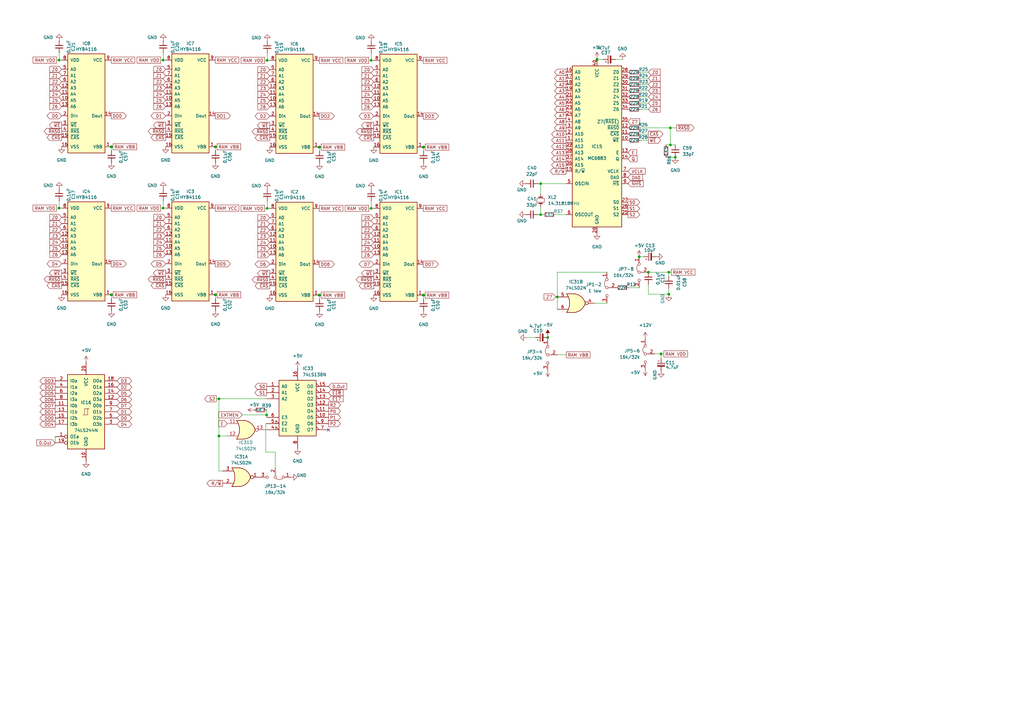
<source format=kicad_sch>
(kicad_sch (version 20211123) (generator eeschema)
  (paper "A3")
  (title_block (date "2022-09-30") (rev "1.3") (comment 2 "Reposition dram and buffer"))
  (junction (at 173.736 121.031))
  (junction (at 109.347 170.18))
  (junction (at 271.145 145.161))
  (junction (at 130.937 60.325))
  (junction (at 66.929 24.638))
  (junction (at 274.955 52.451))
  (junction (at 45.72 120.904))
  (junction (at 152.273 85.471))
  (junction (at 131.064 121.031))
  (junction (at 221.742 75.311))
  (junction (at 88.392 60.198))
  (junction (at 109.601 24.765))
  (junction (at 173.609 60.325))
  (junction (at 173.609 121.031))
  (junction (at 131.064 60.325))
  (junction (at 88.265 120.904))
  (junction (at 45.72 60.198))
  (junction (at 89.789 163.576))
  (junction (at 24.257 85.344))
  (junction (at 109.601 85.471))
  (junction (at 228.6 121.793))
  (junction (at 276.987 64.516))
  (junction (at 262.128 105.283))
  (junction (at 221.742 88.011))
  (junction (at 45.593 60.198))
  (junction (at 173.736 60.325))
  (junction (at 130.937 121.031))
  (junction (at 89.789 178.816))
  (junction (at 88.392 120.904))
  (junction (at 224.663 138.43))
  (junction (at 244.856 24.384))
  (junction (at 265.938 111.633))
  (junction (at 244.856 24.511))
  (junction (at 66.929 85.344))
  (junction (at 45.593 120.904))
  (junction (at 274.32 120.65))
  (junction (at 274.32 111.633))
  (junction (at 152.273 24.765))
  (junction (at 88.265 60.198))
  (junction (at 24.257 24.638))
  (junction (at 274.955 59.436))
  (no_connect (at 134.747 176.276))
  (wire (pts (xy 45.72 61.722) (xy 45.72 60.198)))
  (wire (pts (xy 131.699 121.031) (xy 131.064 121.031)))
  (wire (pts (xy 152.273 82.55) (xy 152.273 85.471)))
  (wire (pts (xy 152.273 21.844) (xy 152.273 24.765)))
  (wire (pts (xy 228.6 121.793) (xy 228.6 111.633)))
  (wire (pts (xy 89.027 120.904) (xy 88.392 120.904)))
  (wire (pts (xy 88.392 120.904) (xy 88.265 120.904)))
  (wire (pts (xy 24.257 82.423) (xy 24.257 85.344)))
  (wire (pts (xy 109.601 82.55) (xy 109.601 85.471)))
  (wire (pts (xy 89.789 193.167) (xy 91.313 193.167)))
  (wire (pts (xy 108.585 85.471) (xy 109.601 85.471)))
  (wire (pts (xy 174.371 60.325) (xy 173.736 60.325)))
  (wire (pts (xy 265.938 39.751) (xy 262.636 39.751)))
  (wire (pts (xy 271.145 145.161) (xy 268.478 145.161)))
  (wire (pts (xy 23.241 85.344) (xy 24.257 85.344)))
  (wire (pts (xy 265.938 57.531) (xy 262.636 57.531)))
  (wire (pts (xy 173.736 121.031) (xy 173.609 121.031)))
  (wire (pts (xy 227.838 88.011) (xy 232.156 88.011)))
  (wire (pts (xy 108.458 176.276) (xy 109.347 176.276)))
  (wire (pts (xy 220.726 88.011) (xy 221.742 88.011)))
  (wire (pts (xy 109.347 170.18) (xy 109.347 171.196)))
  (wire (pts (xy 108.966 185.42) (xy 112.903 185.42)))
  (wire (pts (xy 216.027 138.43) (xy 219.583 138.43)))
  (wire (pts (xy 244.856 24.384) (xy 244.856 24.511)))
  (wire (pts (xy 244.856 24.003) (xy 244.856 24.384)))
  (wire (pts (xy 66.929 82.423) (xy 66.929 85.344)))
  (wire (pts (xy 45.72 122.428) (xy 45.72 120.904)))
  (wire (pts (xy 65.913 24.638) (xy 66.929 24.638)))
  (wire (pts (xy 265.938 120.65) (xy 274.32 120.65)))
  (wire (pts (xy 275.336 111.633) (xy 274.32 111.633)))
  (wire (pts (xy 277.495 52.451) (xy 274.955 52.451)))
  (wire (pts (xy 276.987 59.436) (xy 274.955 59.436)))
  (wire (pts (xy 173.736 61.849) (xy 173.736 60.325)))
  (wire (pts (xy 274.32 111.633) (xy 265.938 111.633)))
  (wire (pts (xy 22.606 181.61) (xy 22.606 179.07)))
  (wire (pts (xy 228.6 111.633) (xy 248.92 111.633)))
  (wire (pts (xy 247.396 24.384) (xy 244.856 24.384)))
  (wire (pts (xy 109.347 173.736) (xy 108.966 173.736)))
  (wire (pts (xy 274.32 120.904) (xy 274.32 120.65)))
  (wire (pts (xy 152.273 24.765) (xy 153.289 24.765)))
  (wire (pts (xy 89.027 60.198) (xy 88.392 60.198)))
  (wire (pts (xy 265.938 32.131) (xy 262.636 32.131)))
  (wire (pts (xy 228.473 145.542) (xy 232.283 145.542)))
  (wire (pts (xy 274.955 52.451) (xy 274.955 59.436)))
  (wire (pts (xy 224.663 137.795) (xy 224.663 138.43)))
  (wire (pts (xy 24.257 24.638) (xy 25.273 24.638)))
  (wire (pts (xy 66.929 85.344) (xy 67.945 85.344)))
  (wire (pts (xy 88.392 61.722) (xy 88.392 60.198)))
  (wire (pts (xy 265.938 54.991) (xy 262.636 54.991)))
  (wire (pts (xy 88.773 163.576) (xy 89.789 163.576)))
  (wire (pts (xy 131.064 61.849) (xy 131.064 60.325)))
  (wire (pts (xy 112.903 185.42) (xy 112.903 191.897)))
  (wire (pts (xy 108.585 24.765) (xy 109.601 24.765)))
  (wire (pts (xy 265.938 34.671) (xy 262.636 34.671)))
  (wire (pts (xy 93.218 178.816) (xy 89.789 178.816)))
  (wire (pts (xy 24.257 85.344) (xy 25.273 85.344)))
  (wire (pts (xy 109.601 24.765) (xy 110.617 24.765)))
  (wire (pts (xy 65.913 85.344) (xy 66.929 85.344)))
  (wire (pts (xy 255.397 24.384) (xy 252.476 24.384)))
  (wire (pts (xy 265.938 44.831) (xy 262.636 44.831)))
  (wire (pts (xy 262.128 117.983) (xy 257.81 117.983)))
  (wire (pts (xy 274.955 52.451) (xy 262.636 52.451)))
  (wire (pts (xy 151.257 85.471) (xy 152.273 85.471)))
  (wire (pts (xy 88.392 60.198) (xy 88.265 60.198)))
  (wire (pts (xy 221.742 75.311) (xy 221.742 79.629)))
  (wire (pts (xy 265.938 37.211) (xy 262.636 37.211)))
  (wire (pts (xy 221.742 84.709) (xy 221.742 88.011)))
  (wire (pts (xy 131.064 122.555) (xy 131.064 121.031)))
  (wire (pts (xy 152.273 85.471) (xy 153.289 85.471)))
  (wire (pts (xy 109.601 85.471) (xy 110.617 85.471)))
  (wire (pts (xy 109.601 21.844) (xy 109.601 24.765)))
  (wire (pts (xy 46.355 60.198) (xy 45.72 60.198)))
  (wire (pts (xy 272.288 145.161) (xy 271.145 145.161)))
  (wire (pts (xy 88.392 122.428) (xy 88.392 120.904)))
  (wire (pts (xy 23.241 24.638) (xy 24.257 24.638)))
  (wire (pts (xy 174.371 121.031) (xy 173.736 121.031)))
  (wire (pts (xy 221.742 75.311) (xy 232.156 75.311)))
  (wire (pts (xy 108.966 173.736) (xy 108.966 185.42)))
  (wire (pts (xy 271.145 147.066) (xy 271.145 145.161)))
  (wire (pts (xy 109.347 168.148) (xy 109.347 170.18)))
  (wire (pts (xy 131.064 60.325) (xy 130.937 60.325)))
  (wire (pts (xy 131.064 121.031) (xy 130.937 121.031)))
  (wire (pts (xy 89.789 178.816) (xy 89.789 193.167)))
  (wire (pts (xy 224.663 138.43) (xy 224.663 139.192)))
  (wire (pts (xy 264.033 105.283) (xy 262.128 105.283)))
  (wire (pts (xy 89.789 178.816) (xy 89.789 163.576)))
  (wire (pts (xy 220.726 75.311) (xy 221.742 75.311)))
  (wire (pts (xy 46.355 120.904) (xy 45.72 120.904)))
  (wire (pts (xy 151.257 24.765) (xy 152.273 24.765)))
  (wire (pts (xy 66.929 21.717) (xy 66.929 24.638)))
  (wire (pts (xy 89.789 163.576) (xy 109.347 163.576)))
  (wire (pts (xy 248.92 124.333) (xy 243.84 124.333)))
  (wire (pts (xy 24.257 21.717) (xy 24.257 24.638)))
  (wire (pts (xy 66.929 24.638) (xy 67.945 24.638)))
  (wire (pts (xy 45.72 120.904) (xy 45.593 120.904)))
  (wire (pts (xy 274.32 120.65) (xy 274.32 118.364)))
  (wire (pts (xy 274.32 113.284) (xy 274.32 111.633)))
  (wire (pts (xy 274.955 59.436) (xy 273.177 59.436)))
  (wire (pts (xy 173.736 122.555) (xy 173.736 121.031)))
  (wire (pts (xy 99.314 170.18) (xy 109.347 170.18)))
  (wire (pts (xy 221.742 88.011) (xy 222.758 88.011)))
  (wire (pts (xy 265.938 116.713) (xy 265.938 120.65)))
  (wire (pts (xy 173.736 60.325) (xy 173.609 60.325)))
  (wire (pts (xy 276.987 64.516) (xy 273.177 64.516)))
  (wire (pts (xy 45.72 60.198) (xy 45.593 60.198)))
  (wire (pts (xy 228.6 121.793) (xy 228.6 126.873)))
  (wire (pts (xy 131.699 60.325) (xy 131.064 60.325)))
  (wire (pts (xy 227.965 121.793) (xy 228.6 121.793)))
  (wire (pts (xy 265.938 29.591) (xy 262.636 29.591)))
  (wire (pts (xy 265.938 42.291) (xy 262.636 42.291)))
  (global_label "DO0" (shape output) (at 22.606 171.45 180) (property "Intersheet References" "${INTERSHEET_REFS}" (effects hide)))
  (global_label "RAM VDD" (shape passive) (at 65.913 24.638 180) (property "Intersheet References" "${INTERSHEET_REFS}" (effects hide)))
  (global_label "~{CAS}" (shape output) (at 265.938 54.991 0) (property "Intersheet References" "${INTERSHEET_REFS}" (effects hide)))
  (global_label "Z3" (shape input) (at 153.289 36.195 180) (property "Intersheet References" "${INTERSHEET_REFS}" (effects hide)))
  (global_label "Z0" (shape input) (at 25.273 28.448 180) (property "Intersheet References" "${INTERSHEET_REFS}" (effects hide)))
  (global_label "Z0" (shape input) (at 67.945 89.154 180) (property "Intersheet References" "${INTERSHEET_REFS}" (effects hide)))
  (global_label "Z4" (shape input) (at 25.273 99.314 180) (property "Intersheet References" "${INTERSHEET_REFS}" (effects hide)))
  (global_label "~{RAS0}" (shape output) (at 110.617 114.681 180) (property "Intersheet References" "${INTERSHEET_REFS}" (effects hide)))
  (global_label "DO5" (shape output) (at 88.265 108.204 0) (property "Intersheet References" "${INTERSHEET_REFS}" (effects hide)))
  (global_label "Z1" (shape input) (at 110.617 31.115 180) (property "Intersheet References" "${INTERSHEET_REFS}" (effects hide)))
  (global_label "R{slash}~{W}" (shape output) (at 232.156 70.231 180) (property "Intersheet References" "${INTERSHEET_REFS}" (effects hide)))
  (global_label "Z1" (shape input) (at 67.945 30.988 180) (property "Intersheet References" "${INTERSHEET_REFS}" (effects hide)))
  (global_label "RAM VCC" (shape passive) (at 45.593 85.344 0) (property "Intersheet References" "${INTERSHEET_REFS}" (effects hide)))
  (global_label "Z0" (shape input) (at 153.289 28.575 180) (property "Intersheet References" "${INTERSHEET_REFS}" (effects hide)))
  (global_label "Z4" (shape input) (at 67.945 99.314 180) (property "Intersheet References" "${INTERSHEET_REFS}" (effects hide)))
  (global_label "~{RAS0}" (shape output) (at 277.495 52.451 0) (property "Intersheet References" "${INTERSHEET_REFS}" (effects hide)))
  (global_label "DO4" (shape output) (at 45.593 108.204 0) (property "Intersheet References" "${INTERSHEET_REFS}" (effects hide)))
  (global_label "Z1" (shape input) (at 25.273 30.988 180) (property "Intersheet References" "${INTERSHEET_REFS}" (effects hide)))
  (global_label "S2" (shape output) (at 88.773 163.576 180) (property "Intersheet References" "${INTERSHEET_REFS}" (effects hide)))
  (global_label "Z1" (shape input) (at 25.273 91.694 180) (property "Intersheet References" "${INTERSHEET_REFS}" (effects hide)))
  (global_label "A0" (shape output) (at 232.156 29.591 180) (property "Intersheet References" "${INTERSHEET_REFS}" (effects hide)))
  (global_label "Z5" (shape input) (at 67.945 101.854 180) (property "Intersheet References" "${INTERSHEET_REFS}" (effects hide)))
  (global_label "RAM VCC" (shape passive) (at 275.336 111.633 0) (property "Intersheet References" "${INTERSHEET_REFS}" (effects hide)))
  (global_label "RAM VBB" (shape passive) (at 89.027 60.198 0) (property "Intersheet References" "${INTERSHEET_REFS}" (effects hide)))
  (global_label "RAM VDD" (shape passive) (at 108.585 85.471 180) (property "Intersheet References" "${INTERSHEET_REFS}" (effects hide)))
  (global_label "E" (shape input) (at 93.218 173.736 180) (property "Intersheet References" "${INTERSHEET_REFS}" (effects hide)))
  (global_label "D1" (shape bidirectional) (at 48.006 168.91 0) (property "Intersheet References" "${INTERSHEET_REFS}" (effects hide)))
  (global_label "~{WE}" (shape output) (at 110.617 112.141 180) (property "Intersheet References" "${INTERSHEET_REFS}" (effects hide)))
  (global_label "DO0" (shape output) (at 45.593 47.498 0) (property "Intersheet References" "${INTERSHEET_REFS}" (effects hide)))
  (global_label "~{RAS0}" (shape output) (at 25.273 53.848 180) (property "Intersheet References" "${INTERSHEET_REFS}" (effects hide)))
  (global_label "R{slash}~{W}" (shape output) (at 91.313 198.247 180) (property "Intersheet References" "${INTERSHEET_REFS}" (effects hide)))
  (global_label "D.Out" (shape input) (at 22.606 181.61 180) (property "Intersheet References" "${INTERSHEET_REFS}" (effects hide)))
  (global_label "Z6" (shape input) (at 25.273 43.688 180) (property "Intersheet References" "${INTERSHEET_REFS}" (effects hide)))
  (global_label "RAM VDD" (shape passive) (at 65.913 85.344 180) (property "Intersheet References" "${INTERSHEET_REFS}" (effects hide)))
  (global_label "Z3" (shape input) (at 153.289 96.901 180) (property "Intersheet References" "${INTERSHEET_REFS}" (effects hide)))
  (global_label "~{CAS}" (shape output) (at 153.289 117.221 180) (property "Intersheet References" "${INTERSHEET_REFS}" (effects hide)))
  (global_label "Z2" (shape input) (at 67.945 94.234 180) (property "Intersheet References" "${INTERSHEET_REFS}" (effects hide)))
  (global_label "RAM VBB" (shape passive) (at 232.283 145.542 0) (property "Intersheet References" "${INTERSHEET_REFS}" (effects hide)))
  (global_label "Z2" (shape input) (at 110.617 33.655 180) (property "Intersheet References" "${INTERSHEET_REFS}" (effects hide)))
  (global_label "Z7" (shape input) (at 257.556 49.911 0) (property "Intersheet References" "${INTERSHEET_REFS}" (effects hide)))
  (global_label "~{CAS}" (shape output) (at 67.945 117.094 180) (property "Intersheet References" "${INTERSHEET_REFS}" (effects hide)))
  (global_label "Z3" (shape input) (at 110.617 36.195 180) (property "Intersheet References" "${INTERSHEET_REFS}" (effects hide)))
  (global_label "S1" (shape output) (at 257.556 85.471 0) (property "Intersheet References" "${INTERSHEET_REFS}" (effects hide)))
  (global_label "E" (shape input) (at 257.556 62.611 0) (property "Intersheet References" "${INTERSHEET_REFS}" (effects hide)))
  (global_label "~{WE}" (shape output) (at 25.273 51.308 180) (property "Intersheet References" "${INTERSHEET_REFS}" (effects hide)))
  (global_label "~{CAS}" (shape output) (at 110.617 117.221 180) (property "Intersheet References" "${INTERSHEET_REFS}" (effects hide)))
  (global_label "Z3" (shape input) (at 265.938 37.211 0) (property "Intersheet References" "${INTERSHEET_REFS}" (effects hide)))
  (global_label "A9" (shape output) (at 232.156 52.451 180) (property "Intersheet References" "${INTERSHEET_REFS}" (effects hide)))
  (global_label "RAM VDD" (shape passive) (at 151.257 85.471 180) (property "Intersheet References" "${INTERSHEET_REFS}" (effects hide)))
  (global_label "RAM VCC" (shape passive) (at 45.593 24.638 0) (property "Intersheet References" "${INTERSHEET_REFS}" (effects hide)))
  (global_label "Z4" (shape input) (at 153.289 99.441 180) (property "Intersheet References" "${INTERSHEET_REFS}" (effects hide)))
  (global_label "~{RAS0}" (shape output) (at 153.289 53.975 180) (property "Intersheet References" "${INTERSHEET_REFS}" (effects hide)))
  (global_label "D1" (shape bidirectional) (at 67.945 47.498 180) (property "Intersheet References" "${INTERSHEET_REFS}" (effects hide)))
  (global_label "A5" (shape output) (at 232.156 42.291 180) (property "Intersheet References" "${INTERSHEET_REFS}" (effects hide)))
  (global_label "Z3" (shape input) (at 110.617 96.901 180) (property "Intersheet References" "${INTERSHEET_REFS}" (effects hide)))
  (global_label "Z2" (shape input) (at 153.289 94.361 180) (property "Intersheet References" "${INTERSHEET_REFS}" (effects hide)))
  (global_label "A11" (shape output) (at 232.156 57.531 180) (property "Intersheet References" "${INTERSHEET_REFS}" (effects hide)))
  (global_label "Z3" (shape input) (at 67.945 36.068 180) (property "Intersheet References" "${INTERSHEET_REFS}" (effects hide)))
  (global_label "~{CAS}" (shape output) (at 67.945 56.388 180) (property "Intersheet References" "${INTERSHEET_REFS}" (effects hide)))
  (global_label "A14" (shape output) (at 232.156 65.151 180) (property "Intersheet References" "${INTERSHEET_REFS}" (effects hide)))
  (global_label "A12" (shape output) (at 232.156 60.071 180) (property "Intersheet References" "${INTERSHEET_REFS}" (effects hide)))
  (global_label "S0" (shape output) (at 257.556 82.931 0) (property "Intersheet References" "${INTERSHEET_REFS}" (effects hide)))
  (global_label "S0" (shape output) (at 109.347 158.496 180) (property "Intersheet References" "${INTERSHEET_REFS}" (effects hide)))
  (global_label "DO1" (shape output) (at 88.265 47.498 0) (property "Intersheet References" "${INTERSHEET_REFS}" (effects hide)))
  (global_label "RAM VCC" (shape passive) (at 130.937 85.471 0) (property "Intersheet References" "${INTERSHEET_REFS}" (effects hide)))
  (global_label "~{WE}" (shape output) (at 265.938 57.531 0) (property "Intersheet References" "${INTERSHEET_REFS}" (effects hide)))
  (global_label "P1" (shape output) (at 134.747 171.196 0) (property "Intersheet References" "${INTERSHEET_REFS}" (effects hide)))
  (global_label "~{NHS}" (shape input) (at 257.556 75.311 0) (property "Intersheet References" "${INTERSHEET_REFS}" (effects hide)))
  (global_label "Z5" (shape input) (at 153.289 101.981 180) (property "Intersheet References" "${INTERSHEET_REFS}" (effects hide)))
  (global_label "Z0" (shape input) (at 67.945 28.448 180) (property "Intersheet References" "${INTERSHEET_REFS}" (effects hide)))
  (global_label "DO5" (shape output) (at 22.606 161.29 180) (property "Intersheet References" "${INTERSHEET_REFS}" (effects hide)))
  (global_label "Z3" (shape input) (at 25.273 96.774 180) (property "Intersheet References" "${INTERSHEET_REFS}" (effects hide)))
  (global_label "Z6" (shape input) (at 67.945 43.688 180) (property "Intersheet References" "${INTERSHEET_REFS}" (effects hide)))
  (global_label "Z2" (shape input) (at 153.289 33.655 180) (property "Intersheet References" "${INTERSHEET_REFS}" (effects hide)))
  (global_label "Z2" (shape input) (at 25.273 94.234 180) (property "Intersheet References" "${INTERSHEET_REFS}" (effects hide)))
  (global_label "A8" (shape output) (at 232.156 49.911 180) (property "Intersheet References" "${INTERSHEET_REFS}" (effects hide)))
  (global_label "~{WE}" (shape output) (at 153.289 51.435 180) (property "Intersheet References" "${INTERSHEET_REFS}" (effects hide)))
  (global_label "Z4" (shape input) (at 110.617 38.735 180) (property "Intersheet References" "${INTERSHEET_REFS}" (effects hide)))
  (global_label "Z0" (shape input) (at 25.273 89.154 180) (property "Intersheet References" "${INTERSHEET_REFS}" (effects hide)))
  (global_label "A13" (shape output) (at 232.156 62.611 180) (property "Intersheet References" "${INTERSHEET_REFS}" (effects hide)))
  (global_label "~{E17}" (shape input) (at 134.747 163.576 0) (property "Intersheet References" "${INTERSHEET_REFS}" (effects hide)))
  (global_label "Z6" (shape input) (at 153.289 43.815 180) (property "Intersheet References" "${INTERSHEET_REFS}" (effects hide)))
  (global_label "A15" (shape output) (at 232.156 67.691 180) (property "Intersheet References" "${INTERSHEET_REFS}" (effects hide)))
  (global_label "RAM VCC" (shape passive) (at 173.609 24.765 0) (property "Intersheet References" "${INTERSHEET_REFS}" (effects hide)))
  (global_label "D5" (shape bidirectional) (at 67.945 108.204 180) (property "Intersheet References" "${INTERSHEET_REFS}" (effects hide)))
  (global_label "D5" (shape bidirectional) (at 48.006 161.29 0) (property "Intersheet References" "${INTERSHEET_REFS}" (effects hide)))
  (global_label "RAM VBB" (shape passive) (at 174.371 60.325 0) (property "Intersheet References" "${INTERSHEET_REFS}" (effects hide)))
  (global_label "A3" (shape output) (at 232.156 37.211 180) (property "Intersheet References" "${INTERSHEET_REFS}" (effects hide)))
  (global_label "DO6" (shape output) (at 22.606 163.83 180) (property "Intersheet References" "${INTERSHEET_REFS}" (effects hide)))
  (global_label "EXTMEN" (shape input) (at 99.314 170.18 180) (property "Intersheet References" "${INTERSHEET_REFS}" (effects hide)))
  (global_label "Z3" (shape input) (at 67.945 96.774 180) (property "Intersheet References" "${INTERSHEET_REFS}" (effects hide)))
  (global_label "Z1" (shape input) (at 110.617 91.821 180) (property "Intersheet References" "${INTERSHEET_REFS}" (effects hide)))
  (global_label "RAM VBB" (shape passive) (at 46.355 60.198 0) (property "Intersheet References" "${INTERSHEET_REFS}" (effects hide)))
  (global_label "Q" (shape input) (at 257.556 65.151 0) (property "Intersheet References" "${INTERSHEET_REFS}" (effects hide)))
  (global_label "A4" (shape output) (at 232.156 39.751 180) (property "Intersheet References" "${INTERSHEET_REFS}" (effects hide)))
  (global_label "~{E18}" (shape input) (at 134.747 161.036 0) (property "Intersheet References" "${INTERSHEET_REFS}" (effects hide)))
  (global_label "D7" (shape bidirectional) (at 153.289 108.331 180) (property "Intersheet References" "${INTERSHEET_REFS}" (effects hide)))
  (global_label "DO6" (shape output) (at 130.937 108.331 0) (property "Intersheet References" "${INTERSHEET_REFS}" (effects hide)))
  (global_label "RAM VBB" (shape passive) (at 131.699 60.325 0) (property "Intersheet References" "${INTERSHEET_REFS}" (effects hide)))
  (global_label "Z5" (shape input) (at 153.289 41.275 180) (property "Intersheet References" "${INTERSHEET_REFS}" (effects hide)))
  (global_label "RAM VDD" (shape passive) (at 108.585 24.765 180) (property "Intersheet References" "${INTERSHEET_REFS}" (effects hide)))
  (global_label "A2" (shape output) (at 232.156 34.671 180) (property "Intersheet References" "${INTERSHEET_REFS}" (effects hide)))
  (global_label "D0" (shape bidirectional) (at 25.273 47.498 180) (property "Intersheet References" "${INTERSHEET_REFS}" (effects hide)))
  (global_label "A6" (shape output) (at 232.156 44.831 180) (property "Intersheet References" "${INTERSHEET_REFS}" (effects hide)))
  (global_label "Z1" (shape input) (at 67.945 91.694 180) (property "Intersheet References" "${INTERSHEET_REFS}" (effects hide)))
  (global_label "DO2" (shape output) (at 130.937 47.625 0) (property "Intersheet References" "${INTERSHEET_REFS}" (effects hide)))
  (global_label "DO7" (shape output) (at 22.606 166.37 180) (property "Intersheet References" "${INTERSHEET_REFS}" (effects hide)))
  (global_label "D2" (shape bidirectional) (at 48.006 158.75 0) (property "Intersheet References" "${INTERSHEET_REFS}" (effects hide)))
  (global_label "Z6" (shape input) (at 153.289 104.521 180) (property "Intersheet References" "${INTERSHEET_REFS}" (effects hide)))
  (global_label "~{CAS}" (shape output) (at 25.273 117.094 180) (property "Intersheet References" "${INTERSHEET_REFS}" (effects hide)))
  (global_label "D4" (shape bidirectional) (at 25.273 108.204 180) (property "Intersheet References" "${INTERSHEET_REFS}" (effects hide)))
  (global_label "DO3" (shape output) (at 22.606 156.21 180) (property "Intersheet References" "${INTERSHEET_REFS}" (effects hide)))
  (global_label "R2" (shape output) (at 134.747 166.116 0) (property "Intersheet References" "${INTERSHEET_REFS}" (effects hide)))
  (global_label "RAM VBB" (shape passive) (at 46.355 120.904 0) (property "Intersheet References" "${INTERSHEET_REFS}" (effects hide)))
  (global_label "S1" (shape output) (at 109.347 161.036 180) (property "Intersheet References" "${INTERSHEET_REFS}" (effects hide)))
  (global_label "Z5" (shape input) (at 25.273 41.148 180) (property "Intersheet References" "${INTERSHEET_REFS}" (effects hide)))
  (global_label "A10" (shape output) (at 232.156 54.991 180) (property "Intersheet References" "${INTERSHEET_REFS}" (effects hide)))
  (global_label "~{RAS0}" (shape output) (at 153.289 114.681 180) (property "Intersheet References" "${INTERSHEET_REFS}" (effects hide)))
  (global_label "DO3" (shape output) (at 173.609 47.625 0) (property "Intersheet References" "${INTERSHEET_REFS}" (effects hide)))
  (global_label "DA0" (shape input) (at 257.556 72.771 0) (property "Intersheet References" "${INTERSHEET_REFS}" (effects hide)))
  (global_label "Z7" (shape input) (at 227.965 121.793 180) (property "Intersheet References" "${INTERSHEET_REFS}" (effects hide)))
  (global_label "A7" (shape output) (at 232.156 47.371 180) (property "Intersheet References" "${INTERSHEET_REFS}" (effects hide)))
  (global_label "Z5" (shape input) (at 67.945 41.148 180) (property "Intersheet References" "${INTERSHEET_REFS}" (effects hide)))
  (global_label "VCLK" (shape input) (at 257.556 70.231 0) (property "Intersheet References" "${INTERSHEET_REFS}" (effects hide)))
  (global_label "Z6" (shape input) (at 110.617 43.815 180) (property "Intersheet References" "${INTERSHEET_REFS}" (effects hide)))
  (global_label "DO2" (shape output) (at 22.606 158.75 180) (property "Intersheet References" "${INTERSHEET_REFS}" (effects hide)))
  (global_label "~{WE}" (shape output) (at 67.945 51.308 180) (property "Intersheet References" "${INTERSHEET_REFS}" (effects hide)))
  (global_label "Z6" (shape input) (at 110.617 104.521 180) (property "Intersheet References" "${INTERSHEET_REFS}" (effects hide)))
  (global_label "~{WE}" (shape output) (at 67.945 112.014 180) (property "Intersheet References" "${INTERSHEET_REFS}" (effects hide)))
  (global_label "~{RAS0}" (shape output) (at 67.945 114.554 180) (property "Intersheet References" "${INTERSHEET_REFS}" (effects hide)))
  (global_label "P2" (shape output) (at 134.747 173.736 0) (property "Intersheet References" "${INTERSHEET_REFS}" (effects hide)))
  (global_label "Z0" (shape input) (at 110.617 28.575 180) (property "Intersheet References" "${INTERSHEET_REFS}" (effects hide)))
  (global_label "Z4" (shape input) (at 25.273 38.608 180) (property "Intersheet References" "${INTERSHEET_REFS}" (effects hide)))
  (global_label "Z4" (shape input) (at 67.945 38.608 180) (property "Intersheet References" "${INTERSHEET_REFS}" (effects hide)))
  (global_label "D7" (shape bidirectional) (at 48.006 166.37 0) (property "Intersheet References" "${INTERSHEET_REFS}" (effects hide)))
  (global_label "Z2" (shape input) (at 110.617 94.361 180) (property "Intersheet References" "${INTERSHEET_REFS}" (effects hide)))
  (global_label "D4" (shape bidirectional) (at 48.006 173.99 0) (property "Intersheet References" "${INTERSHEET_REFS}" (effects hide)))
  (global_label "RAM VBB" (shape passive) (at 131.699 121.031 0) (property "Intersheet References" "${INTERSHEET_REFS}" (effects hide)))
  (global_label "S2" (shape output) (at 257.556 88.011 0) (property "Intersheet References" "${INTERSHEET_REFS}" (effects hide)))
  (global_label "D3" (shape bidirectional) (at 153.289 47.625 180) (property "Intersheet References" "${INTERSHEET_REFS}" (effects hide)))
  (global_label "P0" (shape output) (at 134.747 168.656 0) (property "Intersheet References" "${INTERSHEET_REFS}" (effects hide)))
  (global_label "~{CAS}" (shape output) (at 110.617 56.515 180) (property "Intersheet References" "${INTERSHEET_REFS}" (effects hide)))
  (global_label "RAM VCC" (shape passive) (at 173.609 85.471 0) (property "Intersheet References" "${INTERSHEET_REFS}" (effects hide)))
  (global_label "Z4" (shape input) (at 110.617 99.441 180) (property "Intersheet References" "${INTERSHEET_REFS}" (effects hide)))
  (global_label "~{CAS}" (shape output) (at 25.273 56.388 180) (property "Intersheet References" "${INTERSHEET_REFS}" (effects hide)))
  (global_label "Z2" (shape input) (at 67.945 33.528 180) (property "Intersheet References" "${INTERSHEET_REFS}" (effects hide)))
  (global_label "Z0" (shape input) (at 153.289 89.281 180) (property "Intersheet References" "${INTERSHEET_REFS}" (effects hide)))
  (global_label "D3" (shape bidirectional) (at 48.006 156.21 0) (property "Intersheet References" "${INTERSHEET_REFS}" (effects hide)))
  (global_label "Z0" (shape input) (at 110.617 89.281 180) (property "Intersheet References" "${INTERSHEET_REFS}" (effects hide)))
  (global_label "D2" (shape bidirectional) (at 110.617 47.625 180) (property "Intersheet References" "${INTERSHEET_REFS}" (effects hide)))
  (global_label "~{RAS0}" (shape output) (at 25.273 114.554 180) (property "Intersheet References" "${INTERSHEET_REFS}" (effects hide)))
  (global_label "Z6" (shape input) (at 25.273 104.394 180) (property "Intersheet References" "${INTERSHEET_REFS}" (effects hide)))
  (global_label "Z5" (shape input) (at 110.617 41.275 180) (property "Intersheet References" "${INTERSHEET_REFS}" (effects hide)))
  (global_label "DO7" (shape output) (at 173.609 108.331 0) (property "Intersheet References" "${INTERSHEET_REFS}" (effects hide)))
  (global_label "D.Out" (shape input) (at 134.747 158.496 0) (property "Intersheet References" "${INTERSHEET_REFS}" (effects hide)))
  (global_label "Z4" (shape input) (at 265.938 39.751 0) (property "Intersheet References" "${INTERSHEET_REFS}" (effects hide)))
  (global_label "RAM VBB" (shape passive) (at 89.027 120.904 0) (property "Intersheet References" "${INTERSHEET_REFS}" (effects hide)))
  (global_label "~{RAS0}" (shape output) (at 110.617 53.975 180) (property "Intersheet References" "${INTERSHEET_REFS}" (effects hide)))
  (global_label "~{RAS0}" (shape output) (at 67.945 53.848 180) (property "Intersheet References" "${INTERSHEET_REFS}" (effects hide)))
  (global_label "RAM VDD" (shape passive) (at 23.241 85.344 180) (property "Intersheet References" "${INTERSHEET_REFS}" (effects hide)))
  (global_label "A1" (shape output) (at 232.156 32.131 180) (property "Intersheet References" "${INTERSHEET_REFS}" (effects hide)))
  (global_label "D0" (shape bidirectional) (at 48.006 171.45 0) (property "Intersheet References" "${INTERSHEET_REFS}" (effects hide)))
  (global_label "RAM VCC" (shape passive) (at 88.265 24.638 0) (property "Intersheet References" "${INTERSHEET_REFS}" (effects hide)))
  (global_label "Z6" (shape input) (at 67.945 104.394 180) (property "Intersheet References" "${INTERSHEET_REFS}" (effects hide)))
  (global_label "~{CAS}" (shape output) (at 153.289 56.515 180) (property "Intersheet References" "${INTERSHEET_REFS}" (effects hide)))
  (global_label "~{WE}" (shape output) (at 110.617 51.435 180) (property "Intersheet References" "${INTERSHEET_REFS}" (effects hide)))
  (global_label "RAM VDD" (shape passive) (at 272.288 145.161 0) (property "Intersheet References" "${INTERSHEET_REFS}" (effects hide)))
  (global_label "Z0" (shape input) (at 265.938 29.591 0) (property "Intersheet References" "${INTERSHEET_REFS}" (effects hide)))
  (global_label "D6" (shape bidirectional) (at 110.617 108.331 180) (property "Intersheet References" "${INTERSHEET_REFS}" (effects hide)))
  (global_label "Z3" (shape input) (at 25.273 36.068 180) (property "Intersheet References" "${INTERSHEET_REFS}" (effects hide)))
  (global_label "Z5" (shape input) (at 25.273 101.854 180) (property "Intersheet References" "${INTERSHEET_REFS}" (effects hide)))
  (global_label "~{WE}" (shape output) (at 25.273 112.014 180) (property "Intersheet References" "${INTERSHEET_REFS}" (effects hide)))
  (global_label "RAM VBB" (shape passive) (at 174.371 121.031 0) (property "Intersheet References" "${INTERSHEET_REFS}" (effects hide)))
  (global_label "DO4" (shape output) (at 22.606 173.99 180) (property "Intersheet References" "${INTERSHEET_REFS}" (effects hide)))
  (global_label "Z6" (shape input) (at 265.938 44.831 0) (property "Intersheet References" "${INTERSHEET_REFS}" (effects hide)))
  (global_label "Z4" (shape input) (at 153.289 38.735 180) (property "Intersheet References" "${INTERSHEET_REFS}" (effects hide)))
  (global_label "RAM VCC" (shape passive) (at 130.937 24.765 0) (property "Intersheet References" "${INTERSHEET_REFS}" (effects hide)))
  (global_label "Z5" (shape input) (at 265.938 42.291 0) (property "Intersheet References" "${INTERSHEET_REFS}" (effects hide)))
  (global_label "RAM VCC" (shape passive) (at 88.265 85.344 0) (property "Intersheet References" "${INTERSHEET_REFS}" (effects hide)))
  (global_label "RAM VDD" (shape passive) (at 151.257 24.765 180) (property "Intersheet References" "${INTERSHEET_REFS}" (effects hide)))
  (global_label "Z1" (shape input) (at 153.289 91.821 180) (property "Intersheet References" "${INTERSHEET_REFS}" (effects hide)))
  (global_label "Z5" (shape input) (at 110.617 101.981 180) (property "Intersheet References" "${INTERSHEET_REFS}" (effects hide)))
  (global_label "DO1" (shape output) (at 22.606 168.91 180) (property "Intersheet References" "${INTERSHEET_REFS}" (effects hide)))
  (global_label "Z2" (shape input) (at 265.938 34.671 0) (property "Intersheet References" "${INTERSHEET_REFS}" (effects hide)))
  (global_label "Z2" (shape input) (at 25.273 33.528 180) (property "Intersheet References" "${INTERSHEET_REFS}" (effects hide)))
  (global_label "Z1" (shape input) (at 153.289 31.115 180) (property "Intersheet References" "${INTERSHEET_REFS}" (effects hide)))
  (global_label "Z1" (shape input) (at 265.938 32.131 0) (property "Intersheet References" "${INTERSHEET_REFS}" (effects hide)))
  (global_label "~{WE}" (shape output) (at 153.289 112.141 180) (property "Intersheet References" "${INTERSHEET_REFS}" (effects hide)))
  (global_label "RAM VDD" (shape passive) (at 23.241 24.638 180) (property "Intersheet References" "${INTERSHEET_REFS}" (effects hide)))
  (global_label "D6" (shape bidirectional) (at 48.006 163.83 0) (property "Intersheet References" "${INTERSHEET_REFS}" (effects hide)))
  (symbol (lib_id "power:-5V") (at 224.663 137.795 0) (unit 1)
    (property "Reference" "#PWR0144" (effects hide))
    (property "Value" "-5V" (at 224.663 133.223 0))
  )
  (symbol (lib_id "Memory_RAM_Siemens:HYB4116") (at 35.433 42.418 0) (unit 1)
    (property "Reference" "IC8" (at 35.433 17.8562 0))
    (property "Value" "HYB4116" (at 35.433 20.1676 0))
    (property "Footprint" "Package_DIP:DIP-16_W7.62mm" (effects hide))
    (property "Datasheet" "https://4donline.ihs.com/images/VipMasterIC/IC/INFN/INFNS18263/INFNS18263-1.pdf" (effects hide))
    (property "Note" "use general 4164 with suitable timing" (effects hide))
  )
  (symbol (lib_id "power:GND") (at 153.289 121.031 0) (unit 1)
    (property "Reference" "#PWR0137" (effects hide))
    (property "Value" "GND" (at 153.289 126.492 0))
  )
  (symbol (lib_id "power:GND") (at 67.945 60.198 0) (unit 1)
    (property "Reference" "#PWR0162" (effects hide))
    (property "Value" "GND" (at 67.945 65.659 0))
  )
  (symbol (lib_id "power:GND") (at 66.929 77.343 0) (mirror x) (unit 1)
    (property "Reference" "#PWR0161" (effects hide))
    (property "Value" "GND" (at 64.516 76.0729 0) (effects (justify right)))
  )
  (symbol (lib_id "Device:C_Small") (at 173.736 64.389 0) (unit 1)
    (property "Reference" "C54" (at 179.578 64.389 90))
    (property "Value" "0.1uF" (at 177.673 64.3953 90))
    (property "Footprint" "Capacitor_THT:C_Disc_D4.3mm_W1.9mm_P5.00mm" (effects hide))
    (property "Datasheet" "https://www.vishay.com/docs/45171/kseries.pdf" (effects hide))
    (property "DigiKey" "BC1101CT-ND" (effects hide))
  )
  (symbol (lib_id "power:+5V") (at 262.128 105.283 0) (unit 1)
    (property "Reference" "#PWR0150" (effects hide))
    (property "Value" "+5V" (at 262.128 100.711 0))
  )
  (symbol (lib_id "Jumper:Jumper_3_Bridged12") (at 112.903 195.707 180) (unit 1)
    (property "Reference" "JP13-14" (at 112.903 199.39 0))
    (property "Value" "16k/32k" (at 112.903 201.93 0))
    (property "Footprint" "Connector_PinHeader_2.54mm:PinHeader_1x03_P2.54mm_Vertical" (effects hide))
  )
  (symbol (lib_id "power:GND") (at 173.736 66.929 0) (unit 1)
    (property "Reference" "#PWR0134" (effects hide))
    (property "Value" "GND" (at 173.736 72.39 0))
  )
  (symbol (lib_id "power:+5V") (at 35.306 148.59 0) (unit 1)
    (property "Reference" "#PWR0167" (effects hide))
    (property "Value" "+5V" (at 35.306 143.637 0))
  )
  (symbol (lib_id "power:GND") (at 45.72 127.508 0) (unit 1)
    (property "Reference" "#PWR0166" (effects hide))
    (property "Value" "GND" (at 45.72 132.969 0))
  )
  (symbol (lib_id "power:+5V") (at 224.663 151.892 0) (mirror x) (unit 1)
    (property "Reference" "#PWR0143" (effects hide))
    (property "Value" "+5V" (at 222.504 153.1619 0) (effects (justify right)))
  )
  (symbol (lib_id "Memory_RAM_Siemens:HYB4116") (at 120.777 42.545 0) (unit 1)
    (property "Reference" "IC6" (at 120.777 17.9832 0))
    (property "Value" "HYB4116" (at 120.777 20.2946 0))
    (property "Footprint" "Package_DIP:DIP-16_W7.62mm" (effects hide))
    (property "Datasheet" "https://4donline.ihs.com/images/VipMasterIC/IC/INFN/INFNS18263/INFNS18263-1.pdf" (effects hide))
    (property "Note" "use general 4164 with suitable timing" (effects hide))
  )
  (symbol (lib_id "74xx:74LS244") (at 35.306 168.91 0) (unit 1)
    (property "Reference" "IC16" (at 35.306 165.1 0))
    (property "Value" "74LS244N" (at 35.306 176.53 0))
    (property "Footprint" "Package_DIP:DIP-20_W7.62mm" (effects hide))
    (property "Datasheet" "http://www.ti.com/lit/ds/symlink/sn74ls244.pdf" (effects hide))
    (property "DigiKey" "296-1653-5-ND" (effects hide))
  )
  (symbol (lib_id "power:GND") (at 271.145 152.146 0) (mirror y) (unit 1)
    (property "Reference" "#PWR0151" (effects hide))
    (property "Value" "GND" (at 268.605 155.829 90) (effects (justify left)))
  )
  (symbol (lib_id "Device:R_Small") (at 260.096 42.291 270) (unit 1)
    (property "Reference" "R19" (at 263.779 41.148 90))
    (property "Value" "22R" (at 260.223 42.291 90))
    (property "Footprint" "Resistor_THT:R_Axial_DIN0207_L6.3mm_D2.5mm_P10.16mm_Horizontal" (effects hide))
  )
  (symbol (lib_id "Device:C_Small") (at 152.273 19.304 0) (unit 1)
    (property "Reference" "C18" (at 158.115 19.304 90))
    (property "Value" "0.1uF" (at 156.21 19.3103 90))
    (property "Footprint" "Capacitor_THT:C_Disc_D4.3mm_W1.9mm_P5.00mm" (effects hide))
    (property "Datasheet" "https://www.vishay.com/docs/45171/kseries.pdf" (effects hide))
    (property "DigiKey" "BC1101CT-ND" (effects hide))
  )
  (symbol (lib_id "Device:C_Polarized_Small") (at 222.123 138.43 90) (unit 1)
    (property "Reference" "C10" (at 218.694 135.636 90) (effects (justify right)))
    (property "Value" "4.7uF" (at 217.043 133.731 90) (effects (justify right)))
    (property "Footprint" "Capacitor_THT:CP_Radial_D5.0mm_P2.50mm" (effects hide))
    (property "Datasheet" "https://datasheets.kyocera-avx.com/tap.pdf" (effects hide))
    (property "DigiKey" "478-8984-1-ND" (effects hide))
  )
  (symbol (lib_id "power:GND") (at 109.601 16.764 0) (mirror x) (unit 1)
    (property "Reference" "#PWR0174" (effects hide))
    (property "Value" "GND" (at 107.188 15.4939 0) (effects (justify right)))
  )
  (symbol (lib_id "power:GND") (at 152.273 16.764 0) (mirror x) (unit 1)
    (property "Reference" "#PWR0173" (effects hide))
    (property "Value" "GND" (at 149.86 15.4939 0) (effects (justify right)))
  )
  (symbol (lib_id "Device:C_Small") (at 24.257 19.177 0) (unit 1)
    (property "Reference" "C21" (at 30.099 19.177 90))
    (property "Value" "0.1uF" (at 28.194 19.1833 90))
    (property "Footprint" "Capacitor_THT:C_Disc_D4.3mm_W1.9mm_P5.00mm" (effects hide))
    (property "Datasheet" "https://www.vishay.com/docs/45171/kseries.pdf" (effects hide))
    (property "DigiKey" "BC1101CT-ND" (effects hide))
  )
  (symbol (lib_id "Device:R_Small") (at 260.096 54.991 270) (unit 1)
    (property "Reference" "R27" (at 263.779 53.721 90))
    (property "Value" "22R" (at 260.096 54.991 90))
    (property "Footprint" "Resistor_THT:R_Axial_DIN0207_L6.3mm_D2.5mm_P10.16mm_Horizontal" (effects hide))
  )
  (symbol (lib_id "Jumper:Jumper_3_Bridged12") (at 264.668 145.161 90) (mirror x) (unit 1)
    (property "Reference" "JP5-6" (at 262.509 143.8909 90) (effects (justify left)))
    (property "Value" "16k/32k" (at 262.509 146.4309 90) (effects (justify left)))
    (property "Footprint" "Connector_PinHeader_2.54mm:PinHeader_1x03_P2.54mm_Vertical" (effects hide))
  )
  (symbol (lib_id "Device:C_Small") (at 109.601 19.304 0) (unit 1)
    (property "Reference" "C19" (at 115.443 19.304 90))
    (property "Value" "0.1uF" (at 113.538 19.3103 90))
    (property "Footprint" "Capacitor_THT:C_Disc_D4.3mm_W1.9mm_P5.00mm" (effects hide))
    (property "Datasheet" "https://www.vishay.com/docs/45171/kseries.pdf" (effects hide))
    (property "DigiKey" "BC1101CT-ND" (effects hide))
  )
  (symbol (lib_id "power:GND") (at 25.273 60.198 0) (unit 1)
    (property "Reference" "#PWR0178" (effects hide))
    (property "Value" "GND" (at 25.273 65.659 0))
  )
  (symbol (lib_id "power:+5V") (at 122.047 150.876 0) (unit 1)
    (property "Reference" "#PWR0153" (effects hide))
    (property "Value" "+5V" (at 122.047 145.923 0))
  )
  (symbol (lib_id "74xx:74LS02") (at 100.838 176.276 0) (unit 4)
    (property "Reference" "IC31" (at 100.838 181.483 0))
    (property "Value" "74LS02N" (at 100.838 184.023 0))
    (property "Footprint" "Package_DIP:DIP-14_W7.62mm" (effects hide))
    (property "Datasheet" "http://www.ti.com/lit/gpn/sn74ls02" (effects hide))
    (property "DigiKey" "296-1627-5-ND" (effects hide))
  )
  (symbol (lib_id "power:GND") (at 88.392 127.508 0) (unit 1)
    (property "Reference" "#PWR0159" (effects hide))
    (property "Value" "GND" (at 88.392 132.969 0))
  )
  (symbol (lib_id "power:GND") (at 109.601 77.47 0) (mirror x) (unit 1)
    (property "Reference" "#PWR0175" (effects hide))
    (property "Value" "GND" (at 107.188 76.1999 0) (effects (justify right)))
  )
  (symbol (lib_id "power:GND") (at 35.306 189.23 0) (unit 1)
    (property "Reference" "#PWR0170" (effects hide))
    (property "Value" "GND" (at 35.306 194.437 0))
  )
  (symbol (lib_id "Device:C_Polarized_Small") (at 249.936 24.384 90) (unit 1)
    (property "Reference" "C37" (at 246.507 21.59 90) (effects (justify right)))
    (property "Value" "4.7uF" (at 244.856 19.685 90) (effects (justify right)))
    (property "Footprint" "Capacitor_THT:CP_Radial_D5.0mm_P2.50mm" (effects hide))
    (property "Datasheet" "https://datasheets.kyocera-avx.com/tap.pdf" (effects hide))
    (property "DigiKey" "478-8984-1-ND" (effects hide))
  )
  (symbol (lib_id "74xx:74LS138") (at 122.047 166.116 0) (unit 1)
    (property "Reference" "IC33" (at 124.0664 151.13 0) (effects (justify left)))
    (property "Value" "74LS138N" (at 124.0664 153.67 0) (effects (justify left)))
    (property "Footprint" "Package_DIP:DIP-16_W7.62mm" (effects hide))
    (property "Datasheet" "http://www.ti.com/lit/gpn/sn74LS138" (effects hide))
    (property "DigiKey" "296-1639-5-ND" (effects hide))
  )
  (symbol (lib_id "power:GND") (at 66.929 16.637 0) (mirror x) (unit 1)
    (property "Reference" "#PWR0164" (effects hide))
    (property "Value" "GND" (at 64.516 15.3669 0) (effects (justify right)))
  )
  (symbol (lib_id "power:GND") (at 24.257 77.343 0) (mirror x) (unit 1)
    (property "Reference" "#PWR0160" (effects hide))
    (property "Value" "GND" (at 21.844 76.0729 0) (effects (justify right)))
  )
  (symbol (lib_id "power:GND") (at 255.397 24.384 180) (unit 1)
    (property "Reference" "#PWR0145" (effects hide))
    (property "Value" "GND" (at 255.27 19.9898 0))
  )
  (symbol (lib_id "Memory_RAM_Siemens:HYB4116") (at 78.105 42.418 0) (unit 1)
    (property "Reference" "IC7" (at 78.105 17.8562 0))
    (property "Value" "HYB4116" (at 78.105 20.1676 0))
    (property "Footprint" "Package_DIP:DIP-16_W7.62mm" (effects hide))
    (property "Datasheet" "https://4donline.ihs.com/images/VipMasterIC/IC/INFN/INFNS18263/INFNS18263-1.pdf" (effects hide))
    (property "Note" "use general 4164 with suitable timing" (effects hide))
  )
  (symbol (lib_id "power:GND") (at 276.987 64.516 0) (unit 1)
    (property "Reference" "#PWR0140" (effects hide))
    (property "Value" "GND" (at 276.987 69.85 0))
  )
  (symbol (lib_id "power:GND") (at 122.047 183.896 0) (unit 1)
    (property "Reference" "#PWR0154" (effects hide))
    (property "Value" "GND" (at 122.047 189.103 0))
  )
  (symbol (lib_id "power:GND") (at 131.064 66.929 0) (unit 1)
    (property "Reference" "#PWR0172" (effects hide))
    (property "Value" "GND" (at 131.064 72.39 0))
  )
  (symbol (lib_id "Device:R_Small") (at 225.298 88.011 270) (unit 1)
    (property "Reference" "R37" (at 228.981 86.741 90))
    (property "Value" "1K5" (at 225.298 88.011 90))
    (property "Footprint" "Resistor_THT:R_Axial_DIN0207_L6.3mm_D2.5mm_P10.16mm_Horizontal" (effects hide))
  )
  (symbol (lib_id "Device:C_Small") (at 218.186 88.011 90) (unit 1)
    (property "Reference" "C41" (at 218.1923 81.534 90))
    (property "Value" "33pF" (at 218.1923 84.074 90))
    (property "Footprint" "Capacitor_THT:C_Disc_D3.0mm_W2.0mm_P2.50mm" (effects hide))
    (property "Datasheet" "https://www.vishay.com/docs/45171/kseries.pdf" (effects hide))
    (property "DigiKey" "BC1007CT-ND" (effects hide))
  )
  (symbol (lib_id "power:+12V") (at 264.668 138.811 0) (unit 1)
    (property "Reference" "#PWR0147" (effects hide))
    (property "Value" "+12V" (at 264.668 133.35 0))
  )
  (symbol (lib_id "power:GND") (at 110.617 121.031 0) (unit 1)
    (property "Reference" "#PWR0155" (effects hide))
    (property "Value" "GND" (at 110.617 126.492 0))
  )
  (symbol (lib_id "Device:C_Small") (at 218.186 75.311 90) (unit 1)
    (property "Reference" "C40" (at 218.1923 68.834 90))
    (property "Value" "22pF" (at 218.1923 71.374 90))
    (property "Footprint" "Capacitor_THT:C_Disc_D3.0mm_W2.0mm_P2.50mm" (effects hide))
    (property "Datasheet" "https://connect.kemet.com:7667/gateway/IntelliData-ComponentDocumentation/1.0/download/datasheet/C315C220K2G5TA7301" (effects hide))
    (property "DigiKey" "399-13930-1-ND" (effects hide))
  )
  (symbol (lib_id "74xx:74LS02") (at 236.22 124.333 0) (unit 2)
    (property "Reference" "IC31" (at 236.22 115.57 0))
    (property "Value" "74LS02N" (at 236.22 118.11 0))
    (property "Footprint" "Package_DIP:DIP-14_W7.62mm" (effects hide))
    (property "Datasheet" "http://www.ti.com/lit/gpn/sn74ls02" (effects hide))
    (property "DigiKey" "296-1627-5-ND" (effects hide))
  )
  (symbol (lib_id "power:GND") (at 216.027 138.43 270) (mirror x) (unit 1)
    (property "Reference" "#PWR0142" (effects hide))
    (property "Value" "GND" (at 212.344 135.89 90) (effects (justify left)))
  )
  (symbol (lib_id "Device:R_Small") (at 106.807 168.148 270) (unit 1)
    (property "Reference" "R39" (at 109.347 166.37 90))
    (property "Value" "4K7" (at 106.807 168.148 90))
    (property "Footprint" "Resistor_THT:R_Axial_DIN0207_L6.3mm_D2.5mm_P10.16mm_Horizontal" (effects hide))
  )
  (symbol (lib_id "Device:C_Small") (at 66.929 19.177 0) (unit 1)
    (property "Reference" "C20" (at 72.771 19.177 90))
    (property "Value" "0.1uF" (at 70.866 19.1833 90))
    (property "Footprint" "Capacitor_THT:C_Disc_D4.3mm_W1.9mm_P5.00mm" (effects hide))
    (property "Datasheet" "https://www.vishay.com/docs/45171/kseries.pdf" (effects hide))
    (property "DigiKey" "BC1101CT-ND" (effects hide))
  )
  (symbol (lib_id "74xx:74LS02") (at 98.933 195.707 0) (mirror x) (unit 1)
    (property "Reference" "IC31" (at 98.933 187.325 0))
    (property "Value" "74LS02N" (at 98.933 189.865 0))
    (property "Footprint" "Package_DIP:DIP-14_W7.62mm" (effects hide))
    (property "Datasheet" "http://www.ti.com/lit/gpn/sn74ls02" (effects hide))
    (property "DigiKey" "296-1627-5-ND" (effects hide))
  )
  (symbol (lib_id "Memory_RAM_Siemens:HYB4116") (at 120.777 103.251 0) (unit 1)
    (property "Reference" "IC2" (at 120.777 78.6892 0))
    (property "Value" "HYB4116" (at 120.777 81.0006 0))
    (property "Footprint" "Package_DIP:DIP-16_W7.62mm" (effects hide))
    (property "Datasheet" "https://4donline.ihs.com/images/VipMasterIC/IC/INFN/INFNS18263/INFNS18263-1.pdf" (effects hide))
    (property "Note" "use general 4164 with suitable timing" (effects hide))
  )
  (symbol (lib_id "Device:R_Small") (at 260.096 34.671 270) (unit 1)
    (property "Reference" "R23" (at 263.906 33.528 90))
    (property "Value" "22R" (at 260.096 34.671 90))
    (property "Footprint" "Resistor_THT:R_Axial_DIN0207_L6.3mm_D2.5mm_P10.16mm_Horizontal" (effects hide))
  )
  (symbol (lib_id "Device:R_Small") (at 260.096 52.451 270) (unit 1)
    (property "Reference" "R26" (at 263.779 51.181 90))
    (property "Value" "22R" (at 260.096 52.451 90))
    (property "Footprint" "Resistor_THT:R_Axial_DIN0207_L6.3mm_D2.5mm_P10.16mm_Horizontal" (effects hide))
  )
  (symbol (lib_id "power:GND") (at 152.273 77.47 0) (mirror x) (unit 1)
    (property "Reference" "#PWR0171" (effects hide))
    (property "Value" "GND" (at 149.86 76.1999 0) (effects (justify right)))
  )
  (symbol (lib_id "Device:C_Small") (at 88.392 64.262 0) (unit 1)
    (property "Reference" "C56" (at 94.234 64.262 90))
    (property "Value" "0.1uF" (at 92.329 64.2683 90))
    (property "Footprint" "Capacitor_THT:C_Disc_D4.3mm_W1.9mm_P5.00mm" (effects hide))
    (property "Datasheet" "https://www.vishay.com/docs/45171/kseries.pdf" (effects hide))
    (property "DigiKey" "BC1101CT-ND" (effects hide))
  )
  (symbol (lib_id "power:GND") (at 274.32 120.904 0) (mirror y) (unit 1)
    (property "Reference" "#PWR0148" (effects hide))
    (property "Value" "GND" (at 271.78 124.587 90) (effects (justify left)))
  )
  (symbol (lib_id "Device:Crystal_Small") (at 221.742 82.169 270) (unit 1)
    (property "Reference" "XL2" (at 224.663 80.8989 90) (effects (justify left)))
    (property "Value" "14.31818MHz" (at 224.663 83.4389 90) (effects (justify left)))
    (property "Footprint" "Crystal:Crystal_HC49-U_Horizontal" (effects hide))
    (property "Datasheet" "https://www.ctscorp.com/wp-content/uploads/MP.pdf" (effects hide))
    (property "DigiKey" "CTX088-ND" (effects hide))
  )
  (symbol (lib_id "Device:C_Small") (at 109.601 80.01 0) (unit 1)
    (property "Reference" "C15" (at 115.443 80.01 90))
    (property "Value" "0.1uF" (at 113.538 80.0163 90))
    (property "Footprint" "Capacitor_THT:C_Disc_D4.3mm_W1.9mm_P5.00mm" (effects hide))
    (property "Datasheet" "https://www.vishay.com/docs/45171/kseries.pdf" (effects hide))
    (property "DigiKey" "BC1101CT-ND" (effects hide))
  )
  (symbol (lib_id "Device:R_Small") (at 273.177 61.976 180) (unit 1)
    (property "Reference" "R66" (at 274.447 65.659 90))
    (property "Value" "1K5" (at 273.177 61.976 90))
    (property "Footprint" "Resistor_THT:R_Axial_DIN0207_L6.3mm_D2.5mm_P10.16mm_Horizontal" (effects hide))
  )
  (symbol (lib_id "Device:R_Small") (at 260.096 29.591 270) (unit 1)
    (property "Reference" "R25" (at 263.906 28.448 90))
    (property "Value" "22R" (at 260.223 29.591 90))
    (property "Footprint" "Resistor_THT:R_Axial_DIN0207_L6.3mm_D2.5mm_P10.16mm_Horizontal" (effects hide))
  )
  (symbol (lib_id "power:GND") (at 153.289 60.325 0) (unit 1)
    (property "Reference" "#PWR0139" (effects hide))
    (property "Value" "GND" (at 153.289 65.786 0))
  )
  (symbol (lib_id "Jumper:Jumper_3_Bridged12") (at 248.92 117.983 90) (mirror x) (unit 1)
    (property "Reference" "JP1-2" (at 246.761 116.7129 90) (effects (justify left)))
    (property "Value" "1 low" (at 246.761 119.2529 90) (effects (justify left)))
    (property "Footprint" "Connector_PinHeader_2.54mm:PinHeader_1x03_P2.54mm_Vertical" (effects hide))
  )
  (symbol (lib_id "power:GND") (at 25.273 120.904 0) (unit 1)
    (property "Reference" "#PWR0168" (effects hide))
    (property "Value" "GND" (at 25.273 126.365 0))
  )
  (symbol (lib_id "power:GND") (at 110.617 60.325 0) (unit 1)
    (property "Reference" "#PWR0176" (effects hide))
    (property "Value" "GND" (at 110.617 65.786 0))
  )
  (symbol (lib_id "power:+5V") (at 264.668 151.511 0) (mirror x) (unit 1)
    (property "Reference" "#PWR0152" (effects hide))
    (property "Value" "+5V" (at 262.509 152.7809 0) (effects (justify right)))
  )
  (symbol (lib_id "Memory_RAM_Siemens:HYB4116") (at 35.433 103.124 0) (unit 1)
    (property "Reference" "IC4" (at 35.433 78.5622 0))
    (property "Value" "HYB4116" (at 35.433 80.8736 0))
    (property "Footprint" "Package_DIP:DIP-16_W7.62mm" (effects hide))
    (property "Datasheet" "https://4donline.ihs.com/images/VipMasterIC/IC/INFN/INFNS18263/INFNS18263-1.pdf" (effects hide))
    (property "Note" "use general 4164 with suitable timing" (effects hide))
  )
  (symbol (lib_id "power:+5V") (at 244.856 24.003 0) (unit 1)
    (property "Reference" "#PWR0146" (effects hide))
    (property "Value" "+5V" (at 244.856 19.431 0))
  )
  (symbol (lib_id "power:GND") (at 173.736 127.635 0) (unit 1)
    (property "Reference" "#PWR0138" (effects hide))
    (property "Value" "GND" (at 173.736 133.096 0))
  )
  (symbol (lib_id "power:GND") (at 88.392 66.802 0) (unit 1)
    (property "Reference" "#PWR0165" (effects hide))
    (property "Value" "GND" (at 88.392 72.263 0))
  )
  (symbol (lib_id "Device:C_Small") (at 131.064 64.389 0) (unit 1)
    (property "Reference" "C55" (at 136.906 64.389 90))
    (property "Value" "0.1uF" (at 135.001 64.3953 90))
    (property "Footprint" "Capacitor_THT:C_Disc_D4.3mm_W1.9mm_P5.00mm" (effects hide))
    (property "Datasheet" "https://www.vishay.com/docs/45171/kseries.pdf" (effects hide))
    (property "DigiKey" "BC1101CT-ND" (effects hide))
  )
  (symbol (lib_id "Memory_RAM_Siemens:HYB4116") (at 163.449 103.251 0) (unit 1)
    (property "Reference" "IC1" (at 163.449 78.6892 0))
    (property "Value" "HYB4116" (at 163.449 81.0006 0))
    (property "Footprint" "Package_DIP:DIP-16_W7.62mm" (effects hide))
    (property "Datasheet" "https://4donline.ihs.com/images/VipMasterIC/IC/INFN/INFNS18263/INFNS18263-1.pdf" (effects hide))
    (property "Note" "use general 4164 with suitable timing" (effects hide))
  )
  (symbol (lib_id "Device:C_Small") (at 66.929 79.883 0) (unit 1)
    (property "Reference" "C16" (at 72.771 79.883 90))
    (property "Value" "0.1uF" (at 70.866 79.8893 90))
    (property "Footprint" "Capacitor_THT:C_Disc_D4.3mm_W1.9mm_P5.00mm" (effects hide))
    (property "Datasheet" "https://www.vishay.com/docs/45171/kseries.pdf" (effects hide))
    (property "DigiKey" "BC1101CT-ND" (effects hide))
  )
  (symbol (lib_id "Memory_RAM_Siemens:HYB4116") (at 163.449 42.545 0) (unit 1)
    (property "Reference" "IC5" (at 163.449 17.9832 0))
    (property "Value" "HYB4116" (at 163.449 20.2946 0))
    (property "Footprint" "Package_DIP:DIP-16_W7.62mm" (effects hide))
    (property "Datasheet" "https://4donline.ihs.com/images/VipMasterIC/IC/INFN/INFNS18263/INFNS18263-1.pdf" (effects hide))
    (property "Note" "use general 4164 with suitable timing" (effects hide))
  )
  (symbol (lib_id "power:GND") (at 215.646 88.011 270) (unit 1)
    (property "Reference" "#PWR0136" (effects hide))
    (property "Value" "GND" (at 211.963 90.551 90) (effects (justify left)))
  )
  (symbol (lib_id "power:+5V") (at 104.267 168.148 90) (unit 1)
    (property "Reference" "#PWR0158" (effects hide))
    (property "Value" "+5V" (at 102.235 165.989 90) (effects (justify right)))
  )
  (symbol (lib_id "Device:C_Small") (at 173.736 125.095 0) (unit 1)
    (property "Reference" "C50" (at 179.578 125.095 90))
    (property "Value" "0.1uF" (at 177.673 125.1013 90))
    (property "Footprint" "Capacitor_THT:C_Disc_D4.3mm_W1.9mm_P5.00mm" (effects hide))
    (property "Datasheet" "https://www.vishay.com/docs/45171/kseries.pdf" (effects hide))
    (property "DigiKey" "BC1101CT-ND" (effects hide))
  )
  (symbol (lib_id "Device:C_Small") (at 152.273 80.01 0) (unit 1)
    (property "Reference" "C14" (at 158.115 80.01 90))
    (property "Value" "0.1uF" (at 156.21 80.0163 90))
    (property "Footprint" "Capacitor_THT:C_Disc_D4.3mm_W1.9mm_P5.00mm" (effects hide))
    (property "Datasheet" "https://www.vishay.com/docs/45171/kseries.pdf" (effects hide))
    (property "DigiKey" "BC1101CT-ND" (effects hide))
  )
  (symbol (lib_id "Device:R_Small") (at 255.27 117.983 270) (unit 1)
    (property "Reference" "R12" (at 258.953 116.713 90))
    (property "Value" "22R" (at 255.27 117.983 90))
    (property "Footprint" "Resistor_THT:R_Axial_DIN0207_L6.3mm_D2.5mm_P10.16mm_Horizontal" (effects hide))
  )
  (symbol (lib_id "power:GND") (at 215.646 75.311 270) (unit 1)
    (property "Reference" "#PWR0135" (effects hide))
    (property "Value" "GND" (at 211.963 77.851 90) (effects (justify left)))
  )
  (symbol (lib_id "Device:C_Polarized_Small") (at 266.573 105.283 90) (unit 1)
    (property "Reference" "C13" (at 264.668 100.711 90) (effects (justify right)))
    (property "Value" "10uF" (at 264.16 102.616 90) (effects (justify right)))
    (property "Footprint" "Capacitor_THT:CP_Radial_D5.0mm_P2.50mm" (effects hide))
    (property "Datasheet" "https://www.we-online.com/katalog/datasheet/860010372001.pdf" (effects hide))
    (property "DigiKey" "732-8593-1-ND" (effects hide))
  )
  (symbol (lib_id "power:GND") (at 269.113 105.283 90) (mirror x) (unit 1)
    (property "Reference" "#PWR0149" (effects hide))
    (property "Value" "GND" (at 272.796 107.823 90) (effects (justify left)))
  )
  (symbol (lib_id "power:GND") (at 119.253 195.707 90) (mirror x) (unit 1)
    (property "Reference" "#PWR0157" (effects hide))
    (property "Value" "GND" (at 121.666 194.945 90) (effects (justify right)))
  )
  (symbol (lib_id "Device:R_Small") (at 260.096 37.211 270) (unit 1)
    (property "Reference" "R22" (at 263.779 36.068 90))
    (property "Value" "22R" (at 260.096 37.211 90))
    (property "Footprint" "Resistor_THT:R_Axial_DIN0207_L6.3mm_D2.5mm_P10.16mm_Horizontal" (effects hide))
  )
  (symbol (lib_id "power:GND") (at 131.064 127.635 0) (unit 1)
    (property "Reference" "#PWR0156" (effects hide))
    (property "Value" "GND" (at 131.064 133.096 0))
  )
  (symbol (lib_id "Device:R_Small") (at 260.096 44.831 270) (unit 1)
    (property "Reference" "R21" (at 263.779 43.561 90))
    (property "Value" "22R" (at 260.096 44.831 90))
    (property "Footprint" "Resistor_THT:R_Axial_DIN0207_L6.3mm_D2.5mm_P10.16mm_Horizontal" (effects hide))
  )
  (symbol (lib_id "power:GND") (at 67.945 120.904 0) (unit 1)
    (property "Reference" "#PWR0169" (effects hide))
    (property "Value" "GND" (at 67.945 126.365 0))
  )
  (symbol (lib_id "Device:C_Small") (at 276.987 61.976 0) (unit 1)
    (property "Reference" "C59" (at 279.908 60.7122 0) (effects (justify left)))
    (property "Value" "33pF" (at 279.908 63.2522 0) (effects (justify left)))
    (property "Footprint" "Capacitor_THT:C_Disc_D3.0mm_W2.0mm_P2.50mm" (effects hide))
    (property "Datasheet" "https://www.vishay.com/docs/45171/kseries.pdf" (effects hide))
    (property "DigiKey" "BC1007CT-ND" (effects hide))
  )
  (symbol (lib_id "Device:C_Small") (at 274.32 115.824 0) (unit 1)
    (property "Reference" "C58" (at 280.797 115.8303 90))
    (property "Value" "0.01uF" (at 278.257 115.8303 90))
    (property "Footprint" "Capacitor_THT:C_Disc_D4.3mm_W1.9mm_P5.00mm" (effects hide))
    (property "Datasheet" "https://www.vishay.com/docs/45171/kseries.pdf" (effects hide))
    (property "DigiKey" "BC2662CT-ND" (effects hide))
  )
  (symbol (lib_id "Device:C_Polarized_Small") (at 271.145 149.606 0) (unit 1)
    (property "Reference" "C11" (at 276.86 148.717 0) (effects (justify right)))
    (property "Value" "4.7uF" (at 278.511 150.622 0) (effects (justify right)))
    (property "Footprint" "Capacitor_THT:CP_Radial_D5.0mm_P2.50mm" (effects hide))
    (property "Datasheet" "https://datasheets.kyocera-avx.com/tap.pdf" (effects hide))
    (property "DigiKey" "478-8984-1-ND" (effects hide))
  )
  (symbol (lib_id "power:GND") (at 45.72 66.802 0) (unit 1)
    (property "Reference" "#PWR0163" (effects hide))
    (property "Value" "GND" (at 45.72 72.263 0))
  )
  (symbol (lib_id "Device:C_Small") (at 45.72 64.262 0) (unit 1)
    (property "Reference" "C57" (at 51.562 64.262 90))
    (property "Value" "0.1uF" (at 49.657 64.2683 90))
    (property "Footprint" "Capacitor_THT:C_Disc_D4.3mm_W1.9mm_P5.00mm" (effects hide))
    (property "Datasheet" "https://www.vishay.com/docs/45171/kseries.pdf" (effects hide))
    (property "DigiKey" "BC1101CT-ND" (effects hide))
  )
  (symbol (lib_id "Memory_RAM_Siemens:HYB4116") (at 78.105 103.124 0) (unit 1)
    (property "Reference" "IC3" (at 78.105 78.5622 0))
    (property "Value" "HYB4116" (at 78.105 80.8736 0))
    (property "Footprint" "Package_DIP:DIP-16_W7.62mm" (effects hide))
    (property "Datasheet" "https://4donline.ihs.com/images/VipMasterIC/IC/INFN/INFNS18263/INFNS18263-1.pdf" (effects hide))
    (property "Note" "use general 4164 with suitable timing" (effects hide))
  )
  (symbol (lib_id "Device:C_Small") (at 265.938 114.173 0) (unit 1)
    (property "Reference" "C12" (at 271.78 114.173 90))
    (property "Value" "0.1uF" (at 269.875 114.1793 90))
    (property "Footprint" "Capacitor_THT:C_Disc_D4.3mm_W1.9mm_P5.00mm" (effects hide))
    (property "Datasheet" "https://www.vishay.com/docs/45171/kseries.pdf" (effects hide))
    (property "DigiKey" "BC1101CT-ND" (effects hide))
  )
  (symbol (lib_id "Device:C_Small") (at 88.392 124.968 0) (unit 1)
    (property "Reference" "C52" (at 94.234 124.968 90))
    (property "Value" "0.1uF" (at 92.329 124.9743 90))
    (property "Footprint" "Capacitor_THT:C_Disc_D4.3mm_W1.9mm_P5.00mm" (effects hide))
    (property "Datasheet" "https://www.vishay.com/docs/45171/kseries.pdf" (effects hide))
    (property "DigiKey" "BC1101CT-ND" (effects hide))
  )
  (symbol (lib_id "Device:R_Small") (at 260.096 32.131 270) (unit 1)
    (property "Reference" "R24" (at 263.906 30.988 90))
    (property "Value" "22R" (at 260.096 32.258 90))
    (property "Footprint" "Resistor_THT:R_Axial_DIN0207_L6.3mm_D2.5mm_P10.16mm_Horizontal" (effects hide))
  )
  (symbol (lib_id "Device:C_Small") (at 24.257 79.883 0) (unit 1)
    (property "Reference" "C17" (at 30.099 79.883 90))
    (property "Value" "0.1uF" (at 28.194 79.8893 90))
    (property "Footprint" "Capacitor_THT:C_Disc_D4.3mm_W1.9mm_P5.00mm" (effects hide))
    (property "Datasheet" "https://www.vishay.com/docs/45171/kseries.pdf" (effects hide))
    (property "DigiKey" "BC1101CT-ND" (effects hide))
  )
  (symbol (lib_id "Device:R_Small") (at 260.096 39.751 270) (unit 1)
    (property "Reference" "R20" (at 263.779 38.735 90))
    (property "Value" "22R" (at 260.096 39.751 90))
    (property "Footprint" "Resistor_THT:R_Axial_DIN0207_L6.3mm_D2.5mm_P10.16mm_Horizontal" (effects hide))
  )
  (symbol (lib_id "Jumper:Jumper_3_Bridged12") (at 262.128 111.633 90) (mirror x) (unit 1)
    (property "Reference" "JP7-8" (at 259.969 110.3629 90) (effects (justify left)))
    (property "Value" "16k/32k" (at 259.969 112.9029 90) (effects (justify left)))
    (property "Footprint" "Connector_PinHeader_2.54mm:PinHeader_1x03_P2.54mm_Vertical" (effects hide))
  )
  (symbol (lib_id "Memory_Controller_Motorola:MC6883") (at 244.856 60.071 0) (unit 1)
    (property "Reference" "IC15" (at 244.856 60.071 0))
    (property "Value" "MC6883" (at 244.856 64.897 0))
    (property "Footprint" "Package_DIP:DIP-40_W15.24mm" (effects hide))
    (property "Datasheet" "http://www.colorcomputerarchive.com/coco/Documents/Datasheets/MC6883 Synchronous Address Multiplexer (Motorola).pdf" (effects hide))
    (property "Note" "donor" (effects hide))
  )
  (symbol (lib_id "Device:C_Small") (at 45.72 124.968 0) (unit 1)
    (property "Reference" "C53" (at 51.562 124.968 90))
    (property "Value" "0.1uF" (at 49.657 124.9743 90))
    (property "Footprint" "Capacitor_THT:C_Disc_D4.3mm_W1.9mm_P5.00mm" (effects hide))
    (property "Datasheet" "https://www.vishay.com/docs/45171/kseries.pdf" (effects hide))
    (property "DigiKey" "BC1101CT-ND" (effects hide))
  )
  (symbol (lib_id "Jumper:Jumper_3_Bridged12") (at 224.663 145.542 90) (mirror x) (unit 1)
    (property "Reference" "JP3-4" (at 222.504 144.2719 90) (effects (justify left)))
    (property "Value" "16k/32k" (at 222.504 146.8119 90) (effects (justify left)))
    (property "Footprint" "Connector_PinHeader_2.54mm:PinHeader_1x03_P2.54mm_Vertical" (effects hide))
  )
  (symbol (lib_id "power:GND") (at 24.257 16.637 0) (mirror x) (unit 1)
    (property "Reference" "#PWR0177" (effects hide))
    (property "Value" "GND" (at 21.844 15.3669 0) (effects (justify right)))
  )
  (symbol (lib_id "Device:R_Small") (at 260.096 57.531 270) (unit 1)
    (property "Reference" "R28" (at 263.779 56.261 90))
    (property "Value" "22R" (at 260.096 57.531 90))
    (property "Footprint" "Resistor_THT:R_Axial_DIN0207_L6.3mm_D2.5mm_P10.16mm_Horizontal" (effects hide))
  )
  (symbol (lib_id "Device:C_Small") (at 131.064 125.095 0) (unit 1)
    (property "Reference" "C51" (at 136.906 125.095 90))
    (property "Value" "0.1uF" (at 135.001 125.1013 90))
    (property "Footprint" "Capacitor_THT:C_Disc_D4.3mm_W1.9mm_P5.00mm" (effects hide))
    (property "Datasheet" "https://www.vishay.com/docs/45171/kseries.pdf" (effects hide))
    (property "DigiKey" "BC1101CT-ND" (effects hide))
  )
  (symbol (lib_id "power:GND") (at 244.856 95.631 0) (unit 1)
    (property "Reference" "#PWR0141" (effects hide))
    (property "Value" "GND" (at 244.856 101.219 0))
  )
)
</source>
